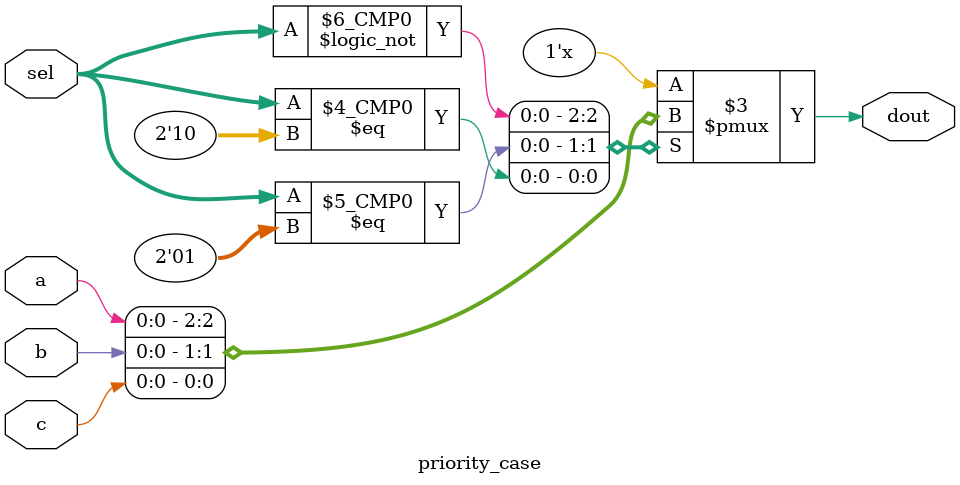
<source format=sv>
`timescale 1ns / 1ps


module priority_case(
    input logic a,
    input logic b,
    input logic c,
    input logic [1:0] sel,
    output logic dout
    );

    always_comb
    begin
        priority case(sel)
            2'b00 : dout = a;
            2'b01 : dout = b;
            2'b10 : dout = c;
        endcase
    end
endmodule

</source>
